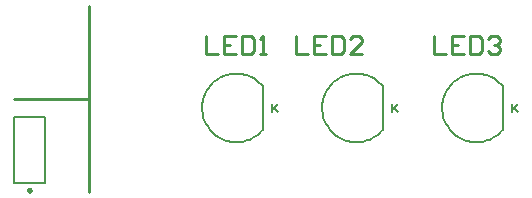
<source format=gto>
%FSTAX23Y23*%
%MOIN*%
%SFA1B1*%

%IPPOS*%
%ADD10C,0.009843*%
%ADD11C,0.007874*%
%ADD12C,0.010000*%
%ADD13C,0.006000*%
%LNpcb1-1*%
%LPD*%
G54D10*
X00444Y00015D02*
D01*
X00444Y00015*
X00444Y00015*
X00444Y00016*
X00444Y00016*
X00444Y00016*
X00444Y00017*
X00444Y00017*
X00444Y00017*
X00443Y00018*
X00443Y00018*
X00443Y00018*
X00443Y00018*
X00443Y00019*
X00442Y00019*
X00442Y00019*
X00442Y00019*
X00441Y00019*
X00441Y00019*
X00441Y00019*
X0044Y0002*
X0044Y0002*
X0044Y0002*
X00439*
X00439Y0002*
X00439Y0002*
X00438Y00019*
X00438Y00019*
X00438Y00019*
X00437Y00019*
X00437Y00019*
X00437Y00019*
X00436Y00019*
X00436Y00018*
X00436Y00018*
X00436Y00018*
X00436Y00018*
X00435Y00017*
X00435Y00017*
X00435Y00017*
X00435Y00016*
X00435Y00016*
X00435Y00016*
X00435Y00015*
X00435Y00015*
X00435Y00015*
X00435Y00014*
X00435Y00014*
X00435Y00014*
X00435Y00013*
X00435Y00013*
X00435Y00013*
X00435Y00012*
X00435Y00012*
X00436Y00012*
X00436Y00011*
X00436Y00011*
X00436Y00011*
X00436Y00011*
X00437Y00011*
X00437Y0001*
X00437Y0001*
X00438Y0001*
X00438Y0001*
X00438Y0001*
X00439Y0001*
X00439Y0001*
X00439Y0001*
X0044*
X0044Y0001*
X0044Y0001*
X00441Y0001*
X00441Y0001*
X00441Y0001*
X00442Y0001*
X00442Y0001*
X00442Y00011*
X00443Y00011*
X00443Y00011*
X00443Y00011*
X00443Y00011*
X00443Y00012*
X00444Y00012*
X00444Y00012*
X00444Y00013*
X00444Y00013*
X00444Y00013*
X00444Y00014*
X00444Y00014*
X00444Y00014*
X00444Y00015*
G54D11*
X01836Y00355D02*
D01*
X01832Y00349*
X01828Y00342*
X01825Y00335*
X01822Y00327*
X01819Y00319*
X01818Y00312*
X01816Y00304*
X01816Y00296*
X01815Y00288*
X01816Y0028*
X01817Y00272*
X01818Y00264*
X0182Y00257*
X01823Y00249*
X01826Y00242*
X01829Y00235*
X01834Y00228*
X01838Y00221*
X01843Y00215*
X01848Y00209*
X01854Y00204*
X0186Y00199*
X01867Y00194*
X01874Y0019*
X01881Y00186*
X01888Y00183*
X01896Y0018*
X01903Y00178*
X01911Y00177*
X01919Y00176*
X01927Y00175*
X01935Y00175*
X01943Y00176*
X01951Y00177*
X01959Y00179*
X01966Y00181*
X01974Y00184*
X01981Y00188*
X01988Y00191*
X01995Y00196*
X02001Y002*
X02007Y00206*
X02013Y00211*
X02018Y00217*
X02017Y00363D02*
D01*
X02012Y00369*
X02006Y00374*
X02Y00379*
X01994Y00384*
X01987Y00388*
X0198Y00392*
X01973Y00395*
X01965Y00398*
X01957Y004*
X0195Y00402*
X01942Y00403*
X01934Y00404*
X01926Y00404*
X01918Y00403*
X0191Y00402*
X01902Y004*
X01895Y00398*
X01887Y00396*
X0188Y00392*
X01873Y00389*
X01866Y00384*
X0186Y0038*
X01853Y00375*
X01848Y00369*
X01842Y00363*
X01837Y00357*
X01833Y0035*
X01832Y00349*
X01617Y00363D02*
D01*
X01612Y00369*
X01606Y00374*
X016Y00379*
X01594Y00384*
X01587Y00388*
X0158Y00392*
X01573Y00395*
X01565Y00398*
X01557Y004*
X0155Y00402*
X01542Y00403*
X01534Y00404*
X01526Y00404*
X01518Y00403*
X0151Y00402*
X01502Y004*
X01495Y00398*
X01487Y00396*
X0148Y00392*
X01473Y00389*
X01466Y00384*
X0146Y0038*
X01453Y00375*
X01448Y00369*
X01442Y00363*
X01437Y00357*
X01433Y0035*
X01432Y00349*
X01436Y00355D02*
D01*
X01432Y00349*
X01428Y00342*
X01425Y00335*
X01422Y00327*
X01419Y00319*
X01418Y00312*
X01416Y00304*
X01416Y00296*
X01415Y00288*
X01416Y0028*
X01417Y00272*
X01418Y00264*
X0142Y00257*
X01423Y00249*
X01426Y00242*
X01429Y00235*
X01434Y00228*
X01438Y00221*
X01443Y00215*
X01448Y00209*
X01454Y00204*
X0146Y00199*
X01467Y00194*
X01474Y0019*
X01481Y00186*
X01488Y00183*
X01496Y0018*
X01503Y00178*
X01511Y00177*
X01519Y00176*
X01527Y00175*
X01535Y00175*
X01543Y00176*
X01551Y00177*
X01559Y00179*
X01566Y00181*
X01574Y00184*
X01581Y00188*
X01588Y00191*
X01595Y00196*
X01601Y002*
X01607Y00206*
X01613Y00211*
X01618Y00217*
X01036Y00355D02*
D01*
X01032Y00349*
X01028Y00342*
X01025Y00335*
X01022Y00327*
X01019Y00319*
X01018Y00312*
X01016Y00304*
X01016Y00296*
X01015Y00288*
X01016Y0028*
X01017Y00272*
X01018Y00264*
X0102Y00257*
X01023Y00249*
X01026Y00242*
X01029Y00235*
X01034Y00228*
X01038Y00221*
X01043Y00215*
X01048Y00209*
X01054Y00204*
X0106Y00199*
X01067Y00194*
X01074Y0019*
X01081Y00186*
X01088Y00183*
X01096Y0018*
X01103Y00178*
X01111Y00177*
X01119Y00176*
X01127Y00175*
X01135Y00175*
X01143Y00176*
X01151Y00177*
X01159Y00179*
X01166Y00181*
X01174Y00184*
X01181Y00188*
X01188Y00191*
X01195Y00196*
X01201Y002*
X01207Y00206*
X01213Y00211*
X01218Y00217*
X01217Y00363D02*
D01*
X01212Y00369*
X01206Y00374*
X012Y00379*
X01194Y00384*
X01187Y00388*
X0118Y00392*
X01173Y00395*
X01165Y00398*
X01157Y004*
X0115Y00402*
X01142Y00403*
X01134Y00404*
X01126Y00404*
X01118Y00403*
X0111Y00402*
X01102Y004*
X01095Y00398*
X01087Y00396*
X0108Y00392*
X01073Y00389*
X01066Y00384*
X0106Y0038*
X01053Y00375*
X01048Y00369*
X01042Y00363*
X01037Y00357*
X01033Y0035*
X01032Y00349*
X00388Y0004D02*
X00491D01*
Y00259*
X00388D02*
X00491D01*
X00388Y0004D02*
Y00259D01*
X0202Y0022D02*
Y0036D01*
X0162Y0022D02*
Y0036D01*
X0122Y0022D02*
Y0036D01*
G54D12*
X0039Y0032D02*
X0064D01*
Y0001D02*
Y0063D01*
X0179Y00529D02*
Y0047D01*
X0183*
X0189Y00529D02*
X0185D01*
Y0047*
X0189*
X0185Y005D02*
X0187D01*
X01909Y00529D02*
Y0047D01*
X01939*
X01949Y0048*
Y00519*
X01939Y00529*
X01909*
X01969Y00519D02*
X01979Y00529D01*
X01999*
X02009Y00519*
Y00509*
X01999Y005*
X01989*
X01999*
X02009Y0049*
Y0048*
X01999Y0047*
X01979*
X01969Y0048*
X0133Y00529D02*
Y0047D01*
X0137*
X0143Y00529D02*
X0139D01*
Y0047*
X0143*
X0139Y005D02*
X0141D01*
X01449Y00529D02*
Y0047D01*
X01479*
X01489Y0048*
Y00519*
X01479Y00529*
X01449*
X01549Y0047D02*
X01509D01*
X01549Y00509*
Y00519*
X01539Y00529*
X01519*
X01509Y00519*
X0103Y00529D02*
Y0047D01*
X0107*
X0113Y00529D02*
X0109D01*
Y0047*
X0113*
X0109Y005D02*
X0111D01*
X01149Y00529D02*
Y0047D01*
X01179*
X01189Y0048*
Y00519*
X01179Y00529*
X01149*
X01209Y0047D02*
X01229D01*
X01219*
Y00529*
X01209Y00519*
G54D13*
X0205Y00304D02*
Y00275D01*
Y00284*
X02069Y00304*
X02055Y00289*
X02069Y00275*
X0165Y00304D02*
Y00275D01*
Y00284*
X01669Y00304*
X01655Y00289*
X01669Y00275*
X0125Y00304D02*
Y00275D01*
Y00284*
X01269Y00304*
X01255Y00289*
X01269Y00275*
M02*
</source>
